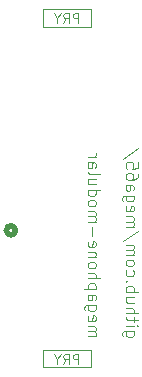
<source format=gbr>
%TF.GenerationSoftware,KiCad,Pcbnew,9.0.1+dfsg-1*%
%TF.CreationDate,2025-05-01T11:06:43+02:00*%
%TF.ProjectId,solar-and-dc-connectors,736f6c61-722d-4616-9e64-2d64632d636f,rev?*%
%TF.SameCoordinates,Original*%
%TF.FileFunction,Legend,Bot*%
%TF.FilePolarity,Positive*%
%FSLAX46Y46*%
G04 Gerber Fmt 4.6, Leading zero omitted, Abs format (unit mm)*
G04 Created by KiCad (PCBNEW 9.0.1+dfsg-1) date 2025-05-01 11:06:43*
%MOMM*%
%LPD*%
G01*
G04 APERTURE LIST*
%ADD10C,0.100000*%
%ADD11C,0.508000*%
G04 APERTURE END LIST*
D10*
X69038135Y-56417544D02*
X68228611Y-56417544D01*
X68228611Y-56417544D02*
X68133373Y-56465163D01*
X68133373Y-56465163D02*
X68085754Y-56512782D01*
X68085754Y-56512782D02*
X68038135Y-56608020D01*
X68038135Y-56608020D02*
X68038135Y-56750877D01*
X68038135Y-56750877D02*
X68085754Y-56846115D01*
X68419088Y-56417544D02*
X68371468Y-56512782D01*
X68371468Y-56512782D02*
X68371468Y-56703258D01*
X68371468Y-56703258D02*
X68419088Y-56798496D01*
X68419088Y-56798496D02*
X68466707Y-56846115D01*
X68466707Y-56846115D02*
X68561945Y-56893734D01*
X68561945Y-56893734D02*
X68847659Y-56893734D01*
X68847659Y-56893734D02*
X68942897Y-56846115D01*
X68942897Y-56846115D02*
X68990516Y-56798496D01*
X68990516Y-56798496D02*
X69038135Y-56703258D01*
X69038135Y-56703258D02*
X69038135Y-56512782D01*
X69038135Y-56512782D02*
X68990516Y-56417544D01*
X68371468Y-55941353D02*
X69038135Y-55941353D01*
X69371468Y-55941353D02*
X69323849Y-55988972D01*
X69323849Y-55988972D02*
X69276230Y-55941353D01*
X69276230Y-55941353D02*
X69323849Y-55893734D01*
X69323849Y-55893734D02*
X69371468Y-55941353D01*
X69371468Y-55941353D02*
X69276230Y-55941353D01*
X69038135Y-55608020D02*
X69038135Y-55227068D01*
X69371468Y-55465163D02*
X68514326Y-55465163D01*
X68514326Y-55465163D02*
X68419088Y-55417544D01*
X68419088Y-55417544D02*
X68371468Y-55322306D01*
X68371468Y-55322306D02*
X68371468Y-55227068D01*
X68371468Y-54893734D02*
X69371468Y-54893734D01*
X68371468Y-54465163D02*
X68895278Y-54465163D01*
X68895278Y-54465163D02*
X68990516Y-54512782D01*
X68990516Y-54512782D02*
X69038135Y-54608020D01*
X69038135Y-54608020D02*
X69038135Y-54750877D01*
X69038135Y-54750877D02*
X68990516Y-54846115D01*
X68990516Y-54846115D02*
X68942897Y-54893734D01*
X69038135Y-53560401D02*
X68371468Y-53560401D01*
X69038135Y-53988972D02*
X68514326Y-53988972D01*
X68514326Y-53988972D02*
X68419088Y-53941353D01*
X68419088Y-53941353D02*
X68371468Y-53846115D01*
X68371468Y-53846115D02*
X68371468Y-53703258D01*
X68371468Y-53703258D02*
X68419088Y-53608020D01*
X68419088Y-53608020D02*
X68466707Y-53560401D01*
X68371468Y-53084210D02*
X69371468Y-53084210D01*
X68990516Y-53084210D02*
X69038135Y-52988972D01*
X69038135Y-52988972D02*
X69038135Y-52798496D01*
X69038135Y-52798496D02*
X68990516Y-52703258D01*
X68990516Y-52703258D02*
X68942897Y-52655639D01*
X68942897Y-52655639D02*
X68847659Y-52608020D01*
X68847659Y-52608020D02*
X68561945Y-52608020D01*
X68561945Y-52608020D02*
X68466707Y-52655639D01*
X68466707Y-52655639D02*
X68419088Y-52703258D01*
X68419088Y-52703258D02*
X68371468Y-52798496D01*
X68371468Y-52798496D02*
X68371468Y-52988972D01*
X68371468Y-52988972D02*
X68419088Y-53084210D01*
X68466707Y-52179448D02*
X68419088Y-52131829D01*
X68419088Y-52131829D02*
X68371468Y-52179448D01*
X68371468Y-52179448D02*
X68419088Y-52227067D01*
X68419088Y-52227067D02*
X68466707Y-52179448D01*
X68466707Y-52179448D02*
X68371468Y-52179448D01*
X68419088Y-51274687D02*
X68371468Y-51369925D01*
X68371468Y-51369925D02*
X68371468Y-51560401D01*
X68371468Y-51560401D02*
X68419088Y-51655639D01*
X68419088Y-51655639D02*
X68466707Y-51703258D01*
X68466707Y-51703258D02*
X68561945Y-51750877D01*
X68561945Y-51750877D02*
X68847659Y-51750877D01*
X68847659Y-51750877D02*
X68942897Y-51703258D01*
X68942897Y-51703258D02*
X68990516Y-51655639D01*
X68990516Y-51655639D02*
X69038135Y-51560401D01*
X69038135Y-51560401D02*
X69038135Y-51369925D01*
X69038135Y-51369925D02*
X68990516Y-51274687D01*
X68371468Y-50703258D02*
X68419088Y-50798496D01*
X68419088Y-50798496D02*
X68466707Y-50846115D01*
X68466707Y-50846115D02*
X68561945Y-50893734D01*
X68561945Y-50893734D02*
X68847659Y-50893734D01*
X68847659Y-50893734D02*
X68942897Y-50846115D01*
X68942897Y-50846115D02*
X68990516Y-50798496D01*
X68990516Y-50798496D02*
X69038135Y-50703258D01*
X69038135Y-50703258D02*
X69038135Y-50560401D01*
X69038135Y-50560401D02*
X68990516Y-50465163D01*
X68990516Y-50465163D02*
X68942897Y-50417544D01*
X68942897Y-50417544D02*
X68847659Y-50369925D01*
X68847659Y-50369925D02*
X68561945Y-50369925D01*
X68561945Y-50369925D02*
X68466707Y-50417544D01*
X68466707Y-50417544D02*
X68419088Y-50465163D01*
X68419088Y-50465163D02*
X68371468Y-50560401D01*
X68371468Y-50560401D02*
X68371468Y-50703258D01*
X68371468Y-49941353D02*
X69038135Y-49941353D01*
X68942897Y-49941353D02*
X68990516Y-49893734D01*
X68990516Y-49893734D02*
X69038135Y-49798496D01*
X69038135Y-49798496D02*
X69038135Y-49655639D01*
X69038135Y-49655639D02*
X68990516Y-49560401D01*
X68990516Y-49560401D02*
X68895278Y-49512782D01*
X68895278Y-49512782D02*
X68371468Y-49512782D01*
X68895278Y-49512782D02*
X68990516Y-49465163D01*
X68990516Y-49465163D02*
X69038135Y-49369925D01*
X69038135Y-49369925D02*
X69038135Y-49227068D01*
X69038135Y-49227068D02*
X68990516Y-49131829D01*
X68990516Y-49131829D02*
X68895278Y-49084210D01*
X68895278Y-49084210D02*
X68371468Y-49084210D01*
X69419088Y-47893735D02*
X68133373Y-48750877D01*
X68371468Y-47560401D02*
X69038135Y-47560401D01*
X68942897Y-47560401D02*
X68990516Y-47512782D01*
X68990516Y-47512782D02*
X69038135Y-47417544D01*
X69038135Y-47417544D02*
X69038135Y-47274687D01*
X69038135Y-47274687D02*
X68990516Y-47179449D01*
X68990516Y-47179449D02*
X68895278Y-47131830D01*
X68895278Y-47131830D02*
X68371468Y-47131830D01*
X68895278Y-47131830D02*
X68990516Y-47084211D01*
X68990516Y-47084211D02*
X69038135Y-46988973D01*
X69038135Y-46988973D02*
X69038135Y-46846116D01*
X69038135Y-46846116D02*
X68990516Y-46750877D01*
X68990516Y-46750877D02*
X68895278Y-46703258D01*
X68895278Y-46703258D02*
X68371468Y-46703258D01*
X68419088Y-45846116D02*
X68371468Y-45941354D01*
X68371468Y-45941354D02*
X68371468Y-46131830D01*
X68371468Y-46131830D02*
X68419088Y-46227068D01*
X68419088Y-46227068D02*
X68514326Y-46274687D01*
X68514326Y-46274687D02*
X68895278Y-46274687D01*
X68895278Y-46274687D02*
X68990516Y-46227068D01*
X68990516Y-46227068D02*
X69038135Y-46131830D01*
X69038135Y-46131830D02*
X69038135Y-45941354D01*
X69038135Y-45941354D02*
X68990516Y-45846116D01*
X68990516Y-45846116D02*
X68895278Y-45798497D01*
X68895278Y-45798497D02*
X68800040Y-45798497D01*
X68800040Y-45798497D02*
X68704802Y-46274687D01*
X69038135Y-44941354D02*
X68228611Y-44941354D01*
X68228611Y-44941354D02*
X68133373Y-44988973D01*
X68133373Y-44988973D02*
X68085754Y-45036592D01*
X68085754Y-45036592D02*
X68038135Y-45131830D01*
X68038135Y-45131830D02*
X68038135Y-45274687D01*
X68038135Y-45274687D02*
X68085754Y-45369925D01*
X68419088Y-44941354D02*
X68371468Y-45036592D01*
X68371468Y-45036592D02*
X68371468Y-45227068D01*
X68371468Y-45227068D02*
X68419088Y-45322306D01*
X68419088Y-45322306D02*
X68466707Y-45369925D01*
X68466707Y-45369925D02*
X68561945Y-45417544D01*
X68561945Y-45417544D02*
X68847659Y-45417544D01*
X68847659Y-45417544D02*
X68942897Y-45369925D01*
X68942897Y-45369925D02*
X68990516Y-45322306D01*
X68990516Y-45322306D02*
X69038135Y-45227068D01*
X69038135Y-45227068D02*
X69038135Y-45036592D01*
X69038135Y-45036592D02*
X68990516Y-44941354D01*
X68371468Y-44036592D02*
X68895278Y-44036592D01*
X68895278Y-44036592D02*
X68990516Y-44084211D01*
X68990516Y-44084211D02*
X69038135Y-44179449D01*
X69038135Y-44179449D02*
X69038135Y-44369925D01*
X69038135Y-44369925D02*
X68990516Y-44465163D01*
X68419088Y-44036592D02*
X68371468Y-44131830D01*
X68371468Y-44131830D02*
X68371468Y-44369925D01*
X68371468Y-44369925D02*
X68419088Y-44465163D01*
X68419088Y-44465163D02*
X68514326Y-44512782D01*
X68514326Y-44512782D02*
X68609564Y-44512782D01*
X68609564Y-44512782D02*
X68704802Y-44465163D01*
X68704802Y-44465163D02*
X68752421Y-44369925D01*
X68752421Y-44369925D02*
X68752421Y-44131830D01*
X68752421Y-44131830D02*
X68800040Y-44036592D01*
X69371468Y-43131830D02*
X69371468Y-43322306D01*
X69371468Y-43322306D02*
X69323849Y-43417544D01*
X69323849Y-43417544D02*
X69276230Y-43465163D01*
X69276230Y-43465163D02*
X69133373Y-43560401D01*
X69133373Y-43560401D02*
X68942897Y-43608020D01*
X68942897Y-43608020D02*
X68561945Y-43608020D01*
X68561945Y-43608020D02*
X68466707Y-43560401D01*
X68466707Y-43560401D02*
X68419088Y-43512782D01*
X68419088Y-43512782D02*
X68371468Y-43417544D01*
X68371468Y-43417544D02*
X68371468Y-43227068D01*
X68371468Y-43227068D02*
X68419088Y-43131830D01*
X68419088Y-43131830D02*
X68466707Y-43084211D01*
X68466707Y-43084211D02*
X68561945Y-43036592D01*
X68561945Y-43036592D02*
X68800040Y-43036592D01*
X68800040Y-43036592D02*
X68895278Y-43084211D01*
X68895278Y-43084211D02*
X68942897Y-43131830D01*
X68942897Y-43131830D02*
X68990516Y-43227068D01*
X68990516Y-43227068D02*
X68990516Y-43417544D01*
X68990516Y-43417544D02*
X68942897Y-43512782D01*
X68942897Y-43512782D02*
X68895278Y-43560401D01*
X68895278Y-43560401D02*
X68800040Y-43608020D01*
X69371468Y-42131830D02*
X69371468Y-42608020D01*
X69371468Y-42608020D02*
X68895278Y-42655639D01*
X68895278Y-42655639D02*
X68942897Y-42608020D01*
X68942897Y-42608020D02*
X68990516Y-42512782D01*
X68990516Y-42512782D02*
X68990516Y-42274687D01*
X68990516Y-42274687D02*
X68942897Y-42179449D01*
X68942897Y-42179449D02*
X68895278Y-42131830D01*
X68895278Y-42131830D02*
X68800040Y-42084211D01*
X68800040Y-42084211D02*
X68561945Y-42084211D01*
X68561945Y-42084211D02*
X68466707Y-42131830D01*
X68466707Y-42131830D02*
X68419088Y-42179449D01*
X68419088Y-42179449D02*
X68371468Y-42274687D01*
X68371468Y-42274687D02*
X68371468Y-42512782D01*
X68371468Y-42512782D02*
X68419088Y-42608020D01*
X68419088Y-42608020D02*
X68466707Y-42655639D01*
X69419088Y-40941354D02*
X68133373Y-41798496D01*
X65151580Y-56846115D02*
X65818247Y-56846115D01*
X65723009Y-56846115D02*
X65770628Y-56798496D01*
X65770628Y-56798496D02*
X65818247Y-56703258D01*
X65818247Y-56703258D02*
X65818247Y-56560401D01*
X65818247Y-56560401D02*
X65770628Y-56465163D01*
X65770628Y-56465163D02*
X65675390Y-56417544D01*
X65675390Y-56417544D02*
X65151580Y-56417544D01*
X65675390Y-56417544D02*
X65770628Y-56369925D01*
X65770628Y-56369925D02*
X65818247Y-56274687D01*
X65818247Y-56274687D02*
X65818247Y-56131830D01*
X65818247Y-56131830D02*
X65770628Y-56036591D01*
X65770628Y-56036591D02*
X65675390Y-55988972D01*
X65675390Y-55988972D02*
X65151580Y-55988972D01*
X65199200Y-55131830D02*
X65151580Y-55227068D01*
X65151580Y-55227068D02*
X65151580Y-55417544D01*
X65151580Y-55417544D02*
X65199200Y-55512782D01*
X65199200Y-55512782D02*
X65294438Y-55560401D01*
X65294438Y-55560401D02*
X65675390Y-55560401D01*
X65675390Y-55560401D02*
X65770628Y-55512782D01*
X65770628Y-55512782D02*
X65818247Y-55417544D01*
X65818247Y-55417544D02*
X65818247Y-55227068D01*
X65818247Y-55227068D02*
X65770628Y-55131830D01*
X65770628Y-55131830D02*
X65675390Y-55084211D01*
X65675390Y-55084211D02*
X65580152Y-55084211D01*
X65580152Y-55084211D02*
X65484914Y-55560401D01*
X65818247Y-54227068D02*
X65008723Y-54227068D01*
X65008723Y-54227068D02*
X64913485Y-54274687D01*
X64913485Y-54274687D02*
X64865866Y-54322306D01*
X64865866Y-54322306D02*
X64818247Y-54417544D01*
X64818247Y-54417544D02*
X64818247Y-54560401D01*
X64818247Y-54560401D02*
X64865866Y-54655639D01*
X65199200Y-54227068D02*
X65151580Y-54322306D01*
X65151580Y-54322306D02*
X65151580Y-54512782D01*
X65151580Y-54512782D02*
X65199200Y-54608020D01*
X65199200Y-54608020D02*
X65246819Y-54655639D01*
X65246819Y-54655639D02*
X65342057Y-54703258D01*
X65342057Y-54703258D02*
X65627771Y-54703258D01*
X65627771Y-54703258D02*
X65723009Y-54655639D01*
X65723009Y-54655639D02*
X65770628Y-54608020D01*
X65770628Y-54608020D02*
X65818247Y-54512782D01*
X65818247Y-54512782D02*
X65818247Y-54322306D01*
X65818247Y-54322306D02*
X65770628Y-54227068D01*
X65151580Y-53322306D02*
X65675390Y-53322306D01*
X65675390Y-53322306D02*
X65770628Y-53369925D01*
X65770628Y-53369925D02*
X65818247Y-53465163D01*
X65818247Y-53465163D02*
X65818247Y-53655639D01*
X65818247Y-53655639D02*
X65770628Y-53750877D01*
X65199200Y-53322306D02*
X65151580Y-53417544D01*
X65151580Y-53417544D02*
X65151580Y-53655639D01*
X65151580Y-53655639D02*
X65199200Y-53750877D01*
X65199200Y-53750877D02*
X65294438Y-53798496D01*
X65294438Y-53798496D02*
X65389676Y-53798496D01*
X65389676Y-53798496D02*
X65484914Y-53750877D01*
X65484914Y-53750877D02*
X65532533Y-53655639D01*
X65532533Y-53655639D02*
X65532533Y-53417544D01*
X65532533Y-53417544D02*
X65580152Y-53322306D01*
X65818247Y-52846115D02*
X64818247Y-52846115D01*
X65770628Y-52846115D02*
X65818247Y-52750877D01*
X65818247Y-52750877D02*
X65818247Y-52560401D01*
X65818247Y-52560401D02*
X65770628Y-52465163D01*
X65770628Y-52465163D02*
X65723009Y-52417544D01*
X65723009Y-52417544D02*
X65627771Y-52369925D01*
X65627771Y-52369925D02*
X65342057Y-52369925D01*
X65342057Y-52369925D02*
X65246819Y-52417544D01*
X65246819Y-52417544D02*
X65199200Y-52465163D01*
X65199200Y-52465163D02*
X65151580Y-52560401D01*
X65151580Y-52560401D02*
X65151580Y-52750877D01*
X65151580Y-52750877D02*
X65199200Y-52846115D01*
X65151580Y-51941353D02*
X66151580Y-51941353D01*
X65151580Y-51512782D02*
X65675390Y-51512782D01*
X65675390Y-51512782D02*
X65770628Y-51560401D01*
X65770628Y-51560401D02*
X65818247Y-51655639D01*
X65818247Y-51655639D02*
X65818247Y-51798496D01*
X65818247Y-51798496D02*
X65770628Y-51893734D01*
X65770628Y-51893734D02*
X65723009Y-51941353D01*
X65151580Y-50893734D02*
X65199200Y-50988972D01*
X65199200Y-50988972D02*
X65246819Y-51036591D01*
X65246819Y-51036591D02*
X65342057Y-51084210D01*
X65342057Y-51084210D02*
X65627771Y-51084210D01*
X65627771Y-51084210D02*
X65723009Y-51036591D01*
X65723009Y-51036591D02*
X65770628Y-50988972D01*
X65770628Y-50988972D02*
X65818247Y-50893734D01*
X65818247Y-50893734D02*
X65818247Y-50750877D01*
X65818247Y-50750877D02*
X65770628Y-50655639D01*
X65770628Y-50655639D02*
X65723009Y-50608020D01*
X65723009Y-50608020D02*
X65627771Y-50560401D01*
X65627771Y-50560401D02*
X65342057Y-50560401D01*
X65342057Y-50560401D02*
X65246819Y-50608020D01*
X65246819Y-50608020D02*
X65199200Y-50655639D01*
X65199200Y-50655639D02*
X65151580Y-50750877D01*
X65151580Y-50750877D02*
X65151580Y-50893734D01*
X65818247Y-50131829D02*
X65151580Y-50131829D01*
X65723009Y-50131829D02*
X65770628Y-50084210D01*
X65770628Y-50084210D02*
X65818247Y-49988972D01*
X65818247Y-49988972D02*
X65818247Y-49846115D01*
X65818247Y-49846115D02*
X65770628Y-49750877D01*
X65770628Y-49750877D02*
X65675390Y-49703258D01*
X65675390Y-49703258D02*
X65151580Y-49703258D01*
X65199200Y-48846115D02*
X65151580Y-48941353D01*
X65151580Y-48941353D02*
X65151580Y-49131829D01*
X65151580Y-49131829D02*
X65199200Y-49227067D01*
X65199200Y-49227067D02*
X65294438Y-49274686D01*
X65294438Y-49274686D02*
X65675390Y-49274686D01*
X65675390Y-49274686D02*
X65770628Y-49227067D01*
X65770628Y-49227067D02*
X65818247Y-49131829D01*
X65818247Y-49131829D02*
X65818247Y-48941353D01*
X65818247Y-48941353D02*
X65770628Y-48846115D01*
X65770628Y-48846115D02*
X65675390Y-48798496D01*
X65675390Y-48798496D02*
X65580152Y-48798496D01*
X65580152Y-48798496D02*
X65484914Y-49274686D01*
X65532533Y-48369924D02*
X65532533Y-47608020D01*
X65151580Y-47131829D02*
X65818247Y-47131829D01*
X65723009Y-47131829D02*
X65770628Y-47084210D01*
X65770628Y-47084210D02*
X65818247Y-46988972D01*
X65818247Y-46988972D02*
X65818247Y-46846115D01*
X65818247Y-46846115D02*
X65770628Y-46750877D01*
X65770628Y-46750877D02*
X65675390Y-46703258D01*
X65675390Y-46703258D02*
X65151580Y-46703258D01*
X65675390Y-46703258D02*
X65770628Y-46655639D01*
X65770628Y-46655639D02*
X65818247Y-46560401D01*
X65818247Y-46560401D02*
X65818247Y-46417544D01*
X65818247Y-46417544D02*
X65770628Y-46322305D01*
X65770628Y-46322305D02*
X65675390Y-46274686D01*
X65675390Y-46274686D02*
X65151580Y-46274686D01*
X65151580Y-45655639D02*
X65199200Y-45750877D01*
X65199200Y-45750877D02*
X65246819Y-45798496D01*
X65246819Y-45798496D02*
X65342057Y-45846115D01*
X65342057Y-45846115D02*
X65627771Y-45846115D01*
X65627771Y-45846115D02*
X65723009Y-45798496D01*
X65723009Y-45798496D02*
X65770628Y-45750877D01*
X65770628Y-45750877D02*
X65818247Y-45655639D01*
X65818247Y-45655639D02*
X65818247Y-45512782D01*
X65818247Y-45512782D02*
X65770628Y-45417544D01*
X65770628Y-45417544D02*
X65723009Y-45369925D01*
X65723009Y-45369925D02*
X65627771Y-45322306D01*
X65627771Y-45322306D02*
X65342057Y-45322306D01*
X65342057Y-45322306D02*
X65246819Y-45369925D01*
X65246819Y-45369925D02*
X65199200Y-45417544D01*
X65199200Y-45417544D02*
X65151580Y-45512782D01*
X65151580Y-45512782D02*
X65151580Y-45655639D01*
X65151580Y-44465163D02*
X66151580Y-44465163D01*
X65199200Y-44465163D02*
X65151580Y-44560401D01*
X65151580Y-44560401D02*
X65151580Y-44750877D01*
X65151580Y-44750877D02*
X65199200Y-44846115D01*
X65199200Y-44846115D02*
X65246819Y-44893734D01*
X65246819Y-44893734D02*
X65342057Y-44941353D01*
X65342057Y-44941353D02*
X65627771Y-44941353D01*
X65627771Y-44941353D02*
X65723009Y-44893734D01*
X65723009Y-44893734D02*
X65770628Y-44846115D01*
X65770628Y-44846115D02*
X65818247Y-44750877D01*
X65818247Y-44750877D02*
X65818247Y-44560401D01*
X65818247Y-44560401D02*
X65770628Y-44465163D01*
X65818247Y-43560401D02*
X65151580Y-43560401D01*
X65818247Y-43988972D02*
X65294438Y-43988972D01*
X65294438Y-43988972D02*
X65199200Y-43941353D01*
X65199200Y-43941353D02*
X65151580Y-43846115D01*
X65151580Y-43846115D02*
X65151580Y-43703258D01*
X65151580Y-43703258D02*
X65199200Y-43608020D01*
X65199200Y-43608020D02*
X65246819Y-43560401D01*
X65151580Y-42941353D02*
X65199200Y-43036591D01*
X65199200Y-43036591D02*
X65294438Y-43084210D01*
X65294438Y-43084210D02*
X66151580Y-43084210D01*
X65151580Y-42131829D02*
X65675390Y-42131829D01*
X65675390Y-42131829D02*
X65770628Y-42179448D01*
X65770628Y-42179448D02*
X65818247Y-42274686D01*
X65818247Y-42274686D02*
X65818247Y-42465162D01*
X65818247Y-42465162D02*
X65770628Y-42560400D01*
X65199200Y-42131829D02*
X65151580Y-42227067D01*
X65151580Y-42227067D02*
X65151580Y-42465162D01*
X65151580Y-42465162D02*
X65199200Y-42560400D01*
X65199200Y-42560400D02*
X65294438Y-42608019D01*
X65294438Y-42608019D02*
X65389676Y-42608019D01*
X65389676Y-42608019D02*
X65484914Y-42560400D01*
X65484914Y-42560400D02*
X65532533Y-42465162D01*
X65532533Y-42465162D02*
X65532533Y-42227067D01*
X65532533Y-42227067D02*
X65580152Y-42131829D01*
X65151580Y-41655638D02*
X65818247Y-41655638D01*
X65627771Y-41655638D02*
X65723009Y-41608019D01*
X65723009Y-41608019D02*
X65770628Y-41560400D01*
X65770628Y-41560400D02*
X65818247Y-41465162D01*
X65818247Y-41465162D02*
X65818247Y-41369924D01*
X64325380Y-30279895D02*
X64325380Y-29479895D01*
X64325380Y-29479895D02*
X64020618Y-29479895D01*
X64020618Y-29479895D02*
X63944428Y-29517990D01*
X63944428Y-29517990D02*
X63906333Y-29556085D01*
X63906333Y-29556085D02*
X63868237Y-29632276D01*
X63868237Y-29632276D02*
X63868237Y-29746561D01*
X63868237Y-29746561D02*
X63906333Y-29822752D01*
X63906333Y-29822752D02*
X63944428Y-29860847D01*
X63944428Y-29860847D02*
X64020618Y-29898942D01*
X64020618Y-29898942D02*
X64325380Y-29898942D01*
X63068237Y-30279895D02*
X63334904Y-29898942D01*
X63525380Y-30279895D02*
X63525380Y-29479895D01*
X63525380Y-29479895D02*
X63220618Y-29479895D01*
X63220618Y-29479895D02*
X63144428Y-29517990D01*
X63144428Y-29517990D02*
X63106333Y-29556085D01*
X63106333Y-29556085D02*
X63068237Y-29632276D01*
X63068237Y-29632276D02*
X63068237Y-29746561D01*
X63068237Y-29746561D02*
X63106333Y-29822752D01*
X63106333Y-29822752D02*
X63144428Y-29860847D01*
X63144428Y-29860847D02*
X63220618Y-29898942D01*
X63220618Y-29898942D02*
X63525380Y-29898942D01*
X62572999Y-29898942D02*
X62572999Y-30279895D01*
X62839666Y-29479895D02*
X62572999Y-29898942D01*
X62572999Y-29898942D02*
X62306333Y-29479895D01*
X64325380Y-59159895D02*
X64325380Y-58359895D01*
X64325380Y-58359895D02*
X64020618Y-58359895D01*
X64020618Y-58359895D02*
X63944428Y-58397990D01*
X63944428Y-58397990D02*
X63906333Y-58436085D01*
X63906333Y-58436085D02*
X63868237Y-58512276D01*
X63868237Y-58512276D02*
X63868237Y-58626561D01*
X63868237Y-58626561D02*
X63906333Y-58702752D01*
X63906333Y-58702752D02*
X63944428Y-58740847D01*
X63944428Y-58740847D02*
X64020618Y-58778942D01*
X64020618Y-58778942D02*
X64325380Y-58778942D01*
X63068237Y-59159895D02*
X63334904Y-58778942D01*
X63525380Y-59159895D02*
X63525380Y-58359895D01*
X63525380Y-58359895D02*
X63220618Y-58359895D01*
X63220618Y-58359895D02*
X63144428Y-58397990D01*
X63144428Y-58397990D02*
X63106333Y-58436085D01*
X63106333Y-58436085D02*
X63068237Y-58512276D01*
X63068237Y-58512276D02*
X63068237Y-58626561D01*
X63068237Y-58626561D02*
X63106333Y-58702752D01*
X63106333Y-58702752D02*
X63144428Y-58740847D01*
X63144428Y-58740847D02*
X63220618Y-58778942D01*
X63220618Y-58778942D02*
X63525380Y-58778942D01*
X62572999Y-58778942D02*
X62572999Y-59159895D01*
X62839666Y-58359895D02*
X62572999Y-58778942D01*
X62572999Y-58778942D02*
X62306333Y-58359895D01*
D11*
%TO.C,J1*%
X59013600Y-47879000D02*
G75*
G02*
X58251600Y-47879000I-381000J0D01*
G01*
X58251600Y-47879000D02*
G75*
G02*
X59013600Y-47879000I381000J0D01*
G01*
%TO.C,M1*%
D10*
X61388759Y-30632000D02*
X65392516Y-30632000D01*
X65392516Y-29163000D01*
X61388759Y-29163000D01*
X61388759Y-30632000D01*
X61388759Y-58014000D02*
X65392516Y-58014000D01*
X65392516Y-59483000D01*
X61388759Y-59483000D01*
X61388759Y-58014000D01*
%TD*%
M02*

</source>
